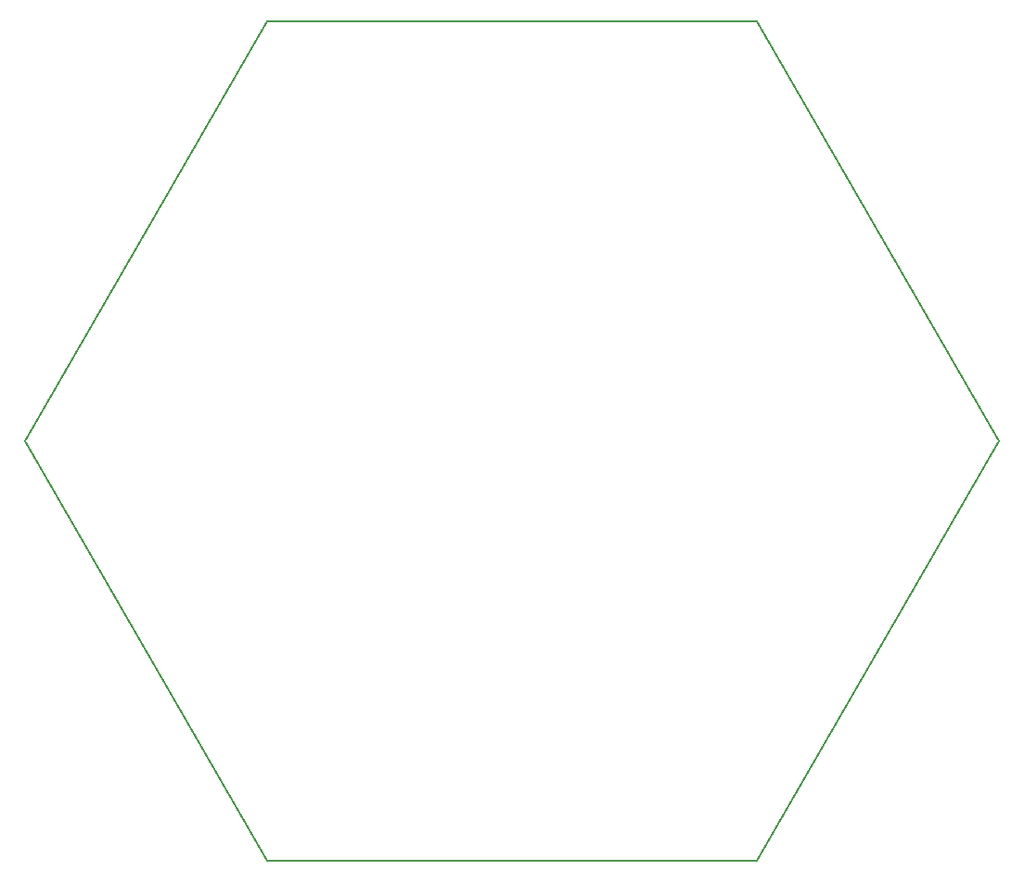
<source format=gbr>
%TF.GenerationSoftware,KiCad,Pcbnew,(6.0.4)*%
%TF.CreationDate,2022-04-25T15:33:24+02:00*%
%TF.ProjectId,HEX_PCB,4845585f-5043-4422-9e6b-696361645f70,rev?*%
%TF.SameCoordinates,Original*%
%TF.FileFunction,Profile,NP*%
%FSLAX46Y46*%
G04 Gerber Fmt 4.6, Leading zero omitted, Abs format (unit mm)*
G04 Created by KiCad (PCBNEW (6.0.4)) date 2022-04-25 15:33:24*
%MOMM*%
%LPD*%
G01*
G04 APERTURE LIST*
%TA.AperFunction,Profile*%
%ADD10C,0.150000*%
%TD*%
G04 APERTURE END LIST*
D10*
X79248000Y-152654000D02*
X123952000Y-152654000D01*
X79248000Y-75946000D02*
X123952000Y-75946000D01*
X79248000Y-152654000D02*
X57150000Y-114300000D01*
X123952000Y-75946000D02*
X146050000Y-114300000D01*
X57150000Y-114300000D02*
X79248000Y-75946000D01*
X123952000Y-152654000D02*
X146050000Y-114300000D01*
M02*

</source>
